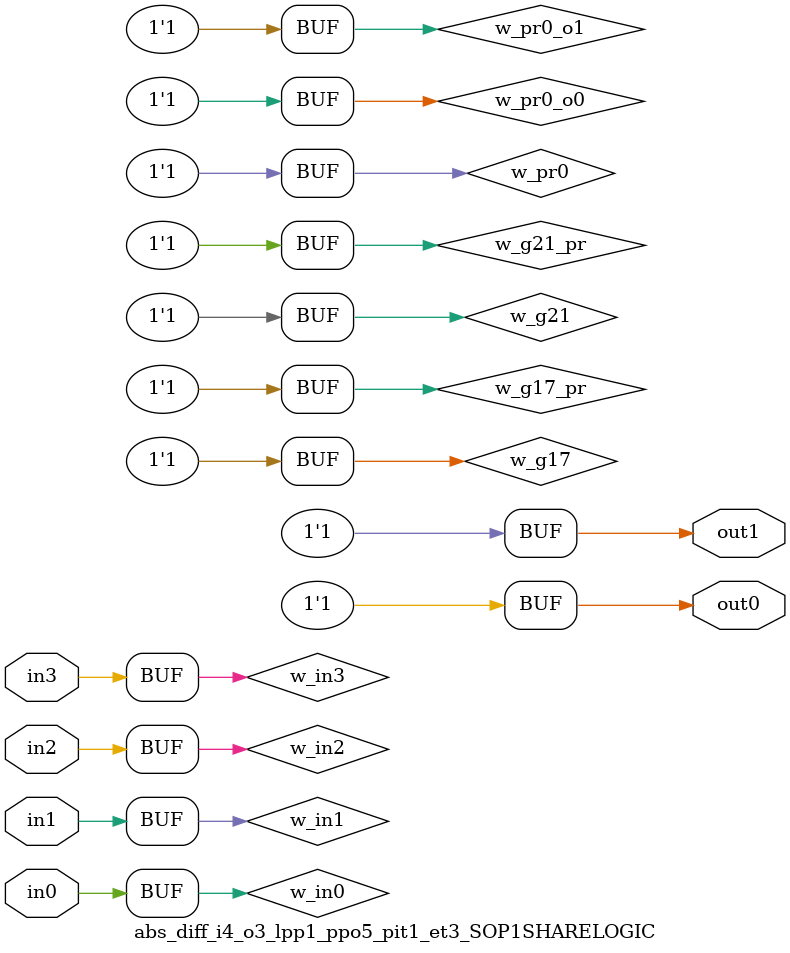
<source format=v>
module abs_diff_i4_o3_lpp1_ppo5_pit1_et3_SOP1SHARELOGIC (in0, in1, in2, in3, out0, out1);
// declaring inputs
input in0,  in1,  in2,  in3;
// declaring outputs
output out0,  out1;
// JSON model input
wire w_in3, w_in2, w_in1, w_in0;
// JSON model output
wire w_g17, w_g21;
//json model
wire w_g17_pr, w_g21_pr, w_pr0_o0, w_pr0_o1, w_pr0;
// JSON model input assign
assign w_in3 = in3;
assign w_in2 = in2;
assign w_in1 = in1;
assign w_in0 = in0;

//json model assigns (approximated Shared/XPAT part)
//assign literals to products
assign w_pr0 = 1;
//if a product has literals and if the product is being "activated" for that output
assign w_pr0_o0 = w_pr0 & 1;
assign w_pr0_o1 = w_pr0 & 1;
//compose an output with corresponding products (OR)
assign w_g17 = w_pr0_o0;
assign w_g21 = w_pr0_o1;
//if an output has products and if it is part of the JSON model
assign w_g17_pr = w_g17 & 1;
assign w_g21_pr = w_g21 & 1;
// output assigns
assign out0 = w_g17_pr;
assign out1 = w_g21_pr;
endmodule
</source>
